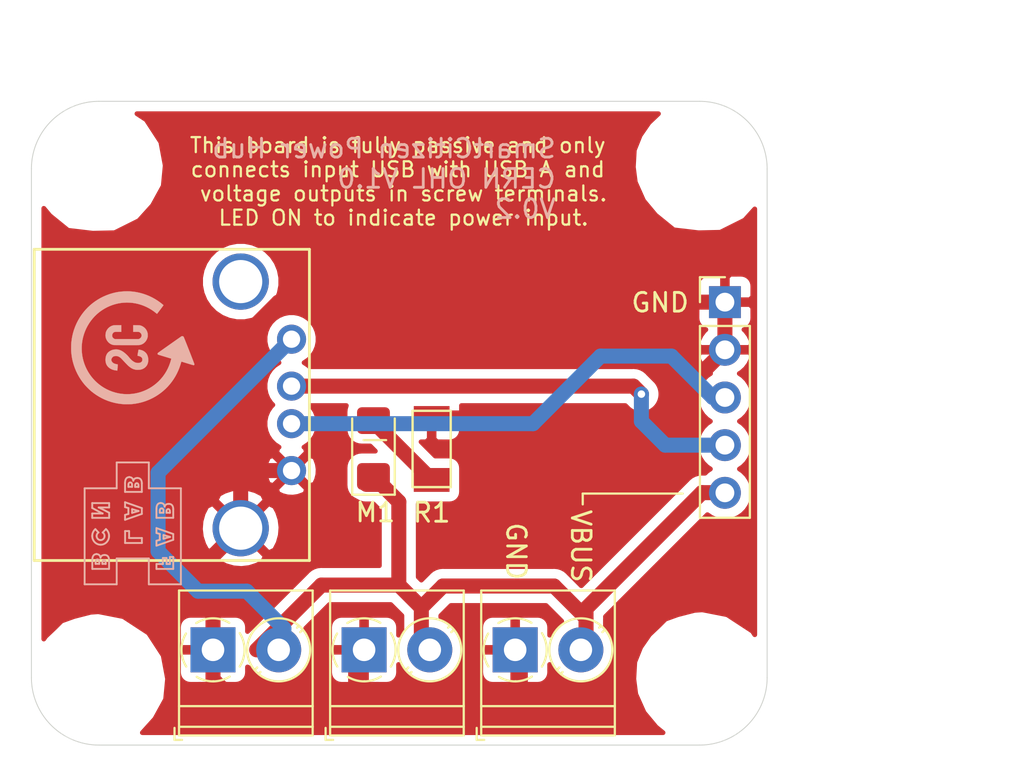
<source format=kicad_pcb>
(kicad_pcb (version 20211014) (generator pcbnew)
  (layers (0 "F.Cu" signal) (31 "B.Cu" signal) (34 "B.Paste" user) (35 "F.Paste" user) (36 "B.SilkS" user "B.Silkscreen") (37 "F.SilkS" user "F.Silkscreen") (38 "B.Mask" user) (39 "F.Mask" user) (44 "Edge.Cuts" user))
  (net 0 "")
  (net 1 "GND")
  (net 2 "D+")
  (net 3 "D-")
  (net 4 "VBUS")
  (net 5 "Net-(M1-Pad2)")
  (footprint "Connector_PinHeader_2.54mm:PinHeader_1x05_P2.54mm_Vertical" (layer "F.Cu") (at 226.05 89.85)
    (fp_text reference "J1" hide)
    (fp_text value "Input_Bulgin" hide)
    (pad "1" thru_hole rect locked (at 0 0) (size 1.7 1.7) (drill 1) (layers *.Cu *.Mask) (net 1 "GND"))
    (pad "2" thru_hole oval locked (at 0 2.54) (size 1.7 1.7) (drill 1) (layers *.Cu *.Mask) (net 1 "GND"))
    (pad "3" thru_hole oval locked (at 0 5.08) (size 1.7 1.7) (drill 1) (layers *.Cu *.Mask) (net 2 "D+"))
    (pad "4" thru_hole oval locked (at 0 7.62) (size 1.7 1.7) (drill 1) (layers *.Cu *.Mask) (net 3 "D-"))
    (pad "5" thru_hole oval locked (at 0 10.16) (size 1.7 1.7) (drill 1) (layers *.Cu *.Mask) (net 4 "VBUS"))
  )
  (footprint "TerminalBlock_Phoenix:TerminalBlock_Phoenix_PT-1,5-2-3.5-H_1x02_P3.50mm_Horizontal" (layer "F.Cu") (at 206.825 108.375)
    (fp_text reference "J3" hide)
    (fp_text value "Screw_Terminal_01x02" hide)
    (pad "1" thru_hole rect locked (at 0 0) (size 2.4 2.4) (drill 1.2) (layers *.Cu *.Mask) (net 1 "GND"))
    (pad "2" thru_hole circle locked (at 3.5 0) (size 2.4 2.4) (drill 1.2) (layers *.Cu *.Mask) (net 4 "VBUS"))
  )
  (footprint "TerminalBlock_Phoenix:TerminalBlock_Phoenix_PT-1,5-2-3.5-H_1x02_P3.50mm_Horizontal" (layer "F.Cu") (at 214.875 108.375)
    (fp_text reference "J4" hide)
    (fp_text value "Screw_Terminal_01x02" hide)
    (pad "1" thru_hole rect locked (at 0 0) (size 2.4 2.4) (drill 1.2) (layers *.Cu *.Mask) (net 1 "GND"))
    (pad "2" thru_hole circle locked (at 3.5 0) (size 2.4 2.4) (drill 1.2) (layers *.Cu *.Mask) (net 4 "VBUS"))
  )
  (footprint "LED_SMD:LED_1206_3216Metric_Pad1.42x1.75mm_HandSolder" (layer "F.Cu") (at 207.325 97.65 90)
    (fp_text reference "M1" (at -3.4 0.1 180) (layer "F.SilkS"))
    (fp_text value "RED")
    (pad "1" smd roundrect locked (at -1.4875 0 90) (size 1.425 1.75) (layers "F.Cu" "F.Paste" "F.Mask") (roundrect_rratio 0.175439) (net 4 "VBUS"))
    (pad "2" smd roundrect locked (at 1.4875 0 90) (size 1.425 1.75) (layers "F.Cu" "F.Paste" "F.Mask") (roundrect_rratio 0.175439) (net 5 "Net-(M1-Pad2)"))
  )
  (footprint "fab:fab-R1206FAB" (layer "F.Cu") (at 210.425 97.6725 90)
    (fp_text reference "R1" (at -3.38962 0 180) (layer "F.SilkS") (effects (font (size 1.016 1.016) (thickness 0.1524))))
    (fp_text value "220Ω" hide)
    (pad "1" smd rect locked (at -1.651 0 90) (size 1.27 1.905) (layers "F.Cu" "F.Paste" "F.Mask") (net 5 "Net-(M1-Pad2)"))
    (pad "2" smd rect locked (at 1.651 0 90) (size 1.27 1.905) (layers "F.Cu" "F.Paste" "F.Mask") (net 1 "GND"))
  )
  (footprint "Connector_USB:USB_A_Amphenol_87520-1110BLF" (layer "F.Cu") (at 200.25 95.325 -90)
    (fp_text reference "J6" hide)
    (fp_text value "USB_A" hide)
    (pad "1" thru_hole circle locked (at -3.5 -2.71 270) (size 1.55 1.55) (drill 0.92) (layers *.Cu *.Mask) (net 4 "VBUS"))
    (pad "2" thru_hole circle locked (at -1 -2.71 270) (size 1.55 1.55) (drill 0.92) (layers *.Cu *.Mask) (net 3 "D-"))
    (pad "3" thru_hole circle locked (at 1 -2.71 270) (size 1.55 1.55) (drill 0.92) (layers *.Cu *.Mask) (net 2 "D+"))
    (pad "4" thru_hole circle locked (at 3.5 -2.71 270) (size 1.55 1.55) (drill 0.92) (layers *.Cu *.Mask) (net 1 "GND"))
    (pad "5" thru_hole circle locked (at 6.57 0 270) (size 3 3) (drill 2.3) (layers *.Cu *.Mask) (net 1 "GND"))
    (pad "6" thru_hole circle locked (at -6.57 0 270) (size 3 3) (drill 2.3) (layers *.Cu *.Mask))
  )
  (footprint "TerminalBlock_Phoenix:TerminalBlock_Phoenix_PT-1,5-2-3.5-H_1x02_P3.50mm_Horizontal" (layer "F.Cu") (at 198.775 108.375)
    (fp_text reference "J2" hide)
    (fp_text value "Screw_Terminal_01x02" hide)
    (pad "1" thru_hole rect locked (at 0 0) (size 2.4 2.4) (drill 1.2) (layers *.Cu *.Mask) (net 1 "GND"))
    (pad "2" thru_hole circle locked (at 3.5 0) (size 2.4 2.4) (drill 1.2) (layers *.Cu *.Mask) (net 4 "VBUS"))
  )
  (footprint "MountingHole:MountingHole_3.2mm_M3" (layer "F.Cu") (at 192.6 109.975)
    (fp_text reference "H2" hide)
    (fp_text value "MountingHole")
    (pad "" np_thru_hole circle locked (at 0 0) (size 3.2 3.2) (drill 3.2) (layers *.Cu *.Mask))
  )
  (footprint "MountingHole:MountingHole_3.2mm_M3" (layer "F.Cu") (at 224.825 109.975)
    (fp_text reference "H4" hide)
    (fp_text value "MountingHole")
    (pad "" np_thru_hole circle locked (at 0 0) (size 3.2 3.2) (drill 3.2) (layers *.Cu *.Mask))
  )
  (footprint "MountingHole:MountingHole_3.2mm_M3" (layer "F.Cu") (at 224.825 82.625)
    (fp_text reference "H3" hide)
    (fp_text value "MountingHole")
    (pad "" np_thru_hole circle locked (at 0 0) (size 3.2 3.2) (drill 3.2) (layers *.Cu *.Mask))
  )
  (footprint "MountingHole:MountingHole_3.2mm_M3" (layer "F.Cu") (at 192.575 82.625)
    (fp_text reference "H1" hide)
    (fp_text value "MountingHole")
    (pad "" np_thru_hole circle locked (at 0 0) (size 3.2 3.2) (drill 3.2) (layers *.Cu *.Mask))
  )
  (footprint "logos:fablab" (layer "B.Cu") (at 190.125 101.95 90)
    (fp_text reference "U1" hide)
    (fp_text value "fablab")
  )
  (footprint "logos:smartcitizen" (layer "B.Cu") (at 194.523648 92.114626 90)
    (fp_text reference "U2" hide)
    (fp_text value "smartcitizen" hide)
  )
  (gr_line (start 218.475 100.05) (end 218.475 100.625) (layer "F.SilkS") (width 0.12))
  (gr_line (start 206.799483 97.199757) (end 207.99948 97.199757) (layer "F.SilkS") (width 0.12))
  (gr_line (start 223.8 100.05) (end 218.475 100.05) (layer "F.SilkS") (width 0.12))
  (gr_arc (start 192.7 113.45) (mid 190.154416 112.395584) (end 189.1 109.85) (layer "Edge.Cuts") (width 0.05))
  (gr_line (start 228.3 82.75) (end 228.3 109.85) (layer "Edge.Cuts") (width 0.05))
  (gr_line (start 224.7 113.45) (end 192.7 113.45) (layer "Edge.Cuts") (width 0.05))
  (gr_line (start 189.1 109.85) (end 189.1 82.75) (layer "Edge.Cuts") (width 0.05))
  (gr_arc (start 224.7 79.15) (mid 227.245584 80.204416) (end 228.3 82.75) (layer "Edge.Cuts") (width 0.05))
  (gr_arc (start 189.1 82.75) (mid 190.154416 80.204416) (end 192.7 79.15) (layer "Edge.Cuts") (width 0.05))
  (gr_line (start 192.7 79.15) (end 224.7 79.15) (layer "Edge.Cuts") (width 0.05))
  (gr_arc (start 228.3 109.85) (mid 227.245584 112.395584) (end 224.7 113.45) (layer "Edge.Cuts") (width 0.05))
  (gr_text "SmartCitizen Power Hub\nCERN OHL V1.0\nV0.2" (at 217.125 83.275) (layer "B.SilkS") (effects (font (size 1 1)) (justify left mirror)))
  (gr_text "VBUS" (at 218.375 102.85 270) (layer "F.SilkS") (effects (font (size 1 1))))
  (gr_text "GND" (at 214.925 103.125 270) (layer "F.SilkS") (effects (font (size 1 1))))
  (gr_text "This board is fully passive and only \nconnects input USB with USB A and \nvoltage outputs in screw terminals.\nLED ON to indicate power input." (at 208.925 83.425) (layer "F.SilkS") (effects (font (size 0.8 0.8) (thickness 0.12))))
  (gr_text "GND" (at 222.6 89.875) (layer "F.SilkS") (effects (font (size 1 1))))
  (segment (start 226.05 89.85) (end 226.05 92.39) (width 0.8) (layer "F.Cu") (net 1))
  (segment (start 223.475 94.965) (end 226.05 92.39) (width 0.8) (layer "F.Cu") (net 1))
  (segment (start 200.25 91.863002) (end 200.25 98.25) (width 0.8) (layer "F.Cu") (net 1))
  (segment (start 206.375 110.375) (end 207.425 111.425) (width 0.8) (layer "F.Cu") (net 1))
  (segment (start 198.775 103.37) (end 200.25 101.895) (width 0.8) (layer "F.Cu") (net 1))
  (segment (start 210.425 96.0215) (end 216.2965 96.0215) (width 0.8) (layer "F.Cu") (net 1))
  (segment (start 202.96 98.825) (end 200.825 98.825) (width 0.8) (layer "F.Cu") (net 1))
  (segment (start 200.825 98.825) (end 200.25 98.25) (width 0.8) (layer "F.Cu") (net 1))
  (segment (start 221.95 97.175) (end 223.475 95.65) (width 0.8) (layer "F.Cu") (net 1))
  (segment (start 207.425 111.425) (end 214.1 111.425) (width 0.8) (layer "F.Cu") (net 1))
  (segment (start 216.2965 96.0215) (end 217.45 97.175) (width 0.8) (layer "F.Cu") (net 1))
  (segment (start 214.1 111.425) (end 215.15 110.375) (width 0.8) (layer "F.Cu") (net 1))
  (segment (start 200.25 98.25) (end 200.25 101.895) (width 0.8) (layer "F.Cu") (net 1))
  (segment (start 215.15 110.375) (end 215.15 108.375) (width 0.8) (layer "F.Cu") (net 1))
  (segment (start 206.375 110.375) (end 206.375 108.375) (width 0.8) (layer "F.Cu") (net 1))
  (segment (start 223.475 95.65) (end 223.475 94.965) (width 0.8) (layer "F.Cu") (net 1))
  (segment (start 226.05 89.85) (end 202.263002 89.85) (width 0.8) (layer "F.Cu") (net 1))
  (segment (start 202.263002 89.85) (end 200.25 91.863002) (width 0.8) (layer "F.Cu") (net 1))
  (segment (start 198.775 109.95) (end 198.775 108.375) (width 0.8) (layer "F.Cu") (net 1))
  (segment (start 200.375 111.55) (end 198.775 109.95) (width 0.8) (layer "F.Cu") (net 1))
  (segment (start 198.775 108.375) (end 198.775 103.37) (width 0.8) (layer "F.Cu") (net 1))
  (segment (start 205.2 111.55) (end 200.375 111.55) (width 0.8) (layer "F.Cu") (net 1))
  (segment (start 200.25 101.895) (end 200.25 101.535) (width 0.8) (layer "F.Cu") (net 1))
  (segment (start 206.375 110.375) (end 205.2 111.55) (width 0.8) (layer "F.Cu") (net 1))
  (segment (start 217.45 97.175) (end 221.95 97.175) (width 0.8) (layer "F.Cu") (net 1))
  (segment (start 202.96 96.325) (end 215.825 96.325) (width 0.8) (layer "B.Cu") (net 2))
  (segment (start 223.2 92.725) (end 225.405 94.93) (width 0.8) (layer "B.Cu") (net 2))
  (segment (start 225.405 94.93) (end 226.05 94.93) (width 0.8) (layer "B.Cu") (net 2))
  (segment (start 215.825 96.325) (end 219.425 92.725) (width 0.8) (layer "B.Cu") (net 2))
  (segment (start 219.425 92.725) (end 223.2 92.725) (width 0.8) (layer "B.Cu") (net 2))
  (segment (start 221.175 94.325) (end 221.6 94.75) (width 0.8) (layer "F.Cu") (net 3))
  (segment (start 202.96 94.325) (end 221.175 94.325) (width 0.8) (layer "F.Cu") (net 3))
  (via (at 221.6 94.75) (size 0.8) (drill 0.4) (layers "F.Cu" "B.Cu") (net 3))
  (segment (start 221.6 96.2) (end 222.87 97.47) (width 0.8) (layer "B.Cu") (net 3))
  (segment (start 222.87 97.47) (end 226.05 97.47) (width 0.8) (layer "B.Cu") (net 3))
  (segment (start 221.6 94.75) (end 221.6 96.2) (width 0.8) (layer "B.Cu") (net 3))
  (segment (start 218.65 108.375) (end 218.65 106.677944) (width 0.8) (layer "F.Cu") (net 4))
  (segment (start 218.65 108.375) (end 218.65 106.175) (width 0.8) (layer "F.Cu") (net 4))
  (segment (start 224.825 100) (end 226.025 100) (width 0.8) (layer "F.Cu") (net 4))
  (segment (start 208.675 104.925) (end 208.675 100.4875) (width 0.8) (layer "F.Cu") (net 4))
  (segment (start 208.675 104.925) (end 209.875 106.125) (width 0.8) (layer "F.Cu") (net 4))
  (segment (start 216.947056 104.975) (end 211.025 104.975) (width 0.8) (layer "F.Cu") (net 4))
  (segment (start 211.025 104.975) (end 209.875 106.125) (width 0.8) (layer "F.Cu") (net 4))
  (segment (start 209.875 106.125) (end 209.875 108.375) (width 0.8) (layer "F.Cu") (net 4))
  (segment (start 201.1 108.375) (end 204.55 104.925) (width 0.8) (layer "F.Cu") (net 4))
  (segment (start 206.95 99.5625) (end 207.5865 99.5625) (width 0.8) (layer "F.Cu") (net 4))
  (segment (start 218.65 106.677944) (end 216.947056 104.975) (width 0.8) (layer "F.Cu") (net 4))
  (segment (start 218.65 106.175) (end 224.825 100) (width 0.8) (layer "F.Cu") (net 4))
  (segment (start 208.675 100.4875) (end 207.325 99.1375) (width 0.8) (layer "F.Cu") (net 4))
  (segment (start 204.55 104.925) (end 208.675 104.925) (width 0.8) (layer "F.Cu") (net 4))
  (segment (start 200.575 105.25) (end 202.55 107.225) (width 0.8) (layer "B.Cu") (net 4))
  (segment (start 202.55 107.225) (end 202.55 108.375) (width 0.8) (layer "B.Cu") (net 4))
  (segment (start 195.85 103.125) (end 197.975 105.25) (width 0.8) (layer "B.Cu") (net 4))
  (segment (start 197.975 105.25) (end 200.575 105.25) (width 0.8) (layer "B.Cu") (net 4))
  (segment (start 202.96 91.825) (end 195.85 98.935) (width 0.8) (layer "B.Cu") (net 4))
  (segment (start 195.85 98.935) (end 195.85 103.125) (width 0.8) (layer "B.Cu") (net 4))
  (segment (start 207.325 96.1625) (end 207.325 96.2235) (width 0.8) (layer "F.Cu") (net 5))
  (segment (start 207.325 96.2235) (end 210.425 99.3235) (width 0.8) (layer "F.Cu") (net 5))
  (zone (net 1) (net_name "GND") (layer "F.Cu") (connect_pads (clearance 0.508)) (min_thickness 0.254) (fill yes (thermal_gap 0.508) (thermal_bridge_width 0.508))
    (polygon (pts (xy 228.225 113.7) (xy 189.05 113.325) (xy 188.9625 77.125) (xy 228.1375 77.125)))
  )
  (zone (net 0) (net_name "") (layer "F.Cu") (connect_pads (clearance 0)) (min_thickness 0.254)
    (keepout (tracks not_allowed) (vias not_allowed) (pads allowed) (copperpour not_allowed) (footprints allowed))
    (fill (thermal_gap 0.508) (thermal_bridge_width 0.508))
    (polygon (pts (xy 193.95 106.725) (xy 195.25 107.575) (xy 196 108.725) (xy 196.225 109.925) (xy 196.125 110.975) (xy 195.575 111.975) (xy 194.875 112.75) (xy 193.625 113.375) (xy 192.5 113.4) (xy 191.225 113.25) (xy 190.3 112.5) (xy 189.675 111.75) (xy 189.25 110.8) (xy 189.15 110.025) (xy 189.2 109.15) (xy 189.5 108.4) (xy 189.95 107.75) (xy 190.45 107.275) (xy 190.775 106.95) (xy 191.4 106.725) (xy 192.275 106.5) (xy 192.625 106.475) (xy 192.675 106.475)))
  )
  (zone (net 0) (net_name "") (layer "F.Cu") (connect_pads (clearance 0)) (min_thickness 0.254)
    (keepout (tracks not_allowed) (vias not_allowed) (pads allowed) (copperpour not_allowed) (footprints allowed))
    (fill (thermal_gap 0.508) (thermal_bridge_width 0.508))
    (polygon (pts (xy 193.825 79.375) (xy 195.125 80.225) (xy 195.875 81.375) (xy 196.1 82.575) (xy 196 83.625) (xy 195.45 84.625) (xy 194.75 85.4) (xy 193.5 86.025) (xy 192.375 86.05) (xy 191.1 85.9) (xy 190.175 85.15) (xy 189.55 84.4) (xy 189.125 83.45) (xy 189.025 82.675) (xy 189.075 81.8) (xy 189.375 81.05) (xy 189.825 80.4) (xy 190.325 79.925) (xy 190.65 79.6) (xy 191.275 79.375) (xy 192.15 79.15) (xy 192.5 79.125) (xy 192.55 79.125)))
  )
  (zone (net 0) (net_name "") (layer "F.Cu") (connect_pads (clearance 0)) (min_thickness 0.254)
    (keepout (tracks not_allowed) (vias not_allowed) (pads allowed) (copperpour not_allowed) (footprints allowed))
    (fill (thermal_gap 0.508) (thermal_bridge_width 0.508))
    (polygon (pts (xy 226.1 79.35) (xy 227.4 80.2) (xy 228.15 81.35) (xy 228.375 82.55) (xy 228.275 83.6) (xy 227.725 84.6) (xy 227.025 85.375) (xy 225.775 86) (xy 224.65 86.025) (xy 223.375 85.875) (xy 222.45 85.125) (xy 221.825 84.375) (xy 221.4 83.425) (xy 221.3 82.65) (xy 221.35 81.775) (xy 221.65 81.025) (xy 222.1 80.375) (xy 222.6 79.9) (xy 222.925 79.575) (xy 223.55 79.35) (xy 224.425 79.125) (xy 224.775 79.1) (xy 224.825 79.1)))
  )
  (zone (net 0) (net_name "") (layer "F.Cu") (connect_pads (clearance 0)) (min_thickness 0.254)
    (keepout (tracks not_allowed) (vias not_allowed) (pads allowed) (copperpour not_allowed) (footprints allowed))
    (fill (thermal_gap 0.508) (thermal_bridge_width 0.508))
    (polygon (pts (xy 226.125 106.625) (xy 227.425 107.475) (xy 228.175 108.625) (xy 228.4 109.825) (xy 228.3 110.875) (xy 227.75 111.875) (xy 227.05 112.65) (xy 225.8 113.275) (xy 224.675 113.3) (xy 223.4 113.15) (xy 222.475 112.4) (xy 221.85 111.65) (xy 221.425 110.7) (xy 221.325 109.925) (xy 221.375 109.05) (xy 221.675 108.3) (xy 222.125 107.65) (xy 222.625 107.175) (xy 222.95 106.85) (xy 223.575 106.625) (xy 224.45 106.4) (xy 224.8 106.375) (xy 224.85 106.375)))
  )
)
</source>
